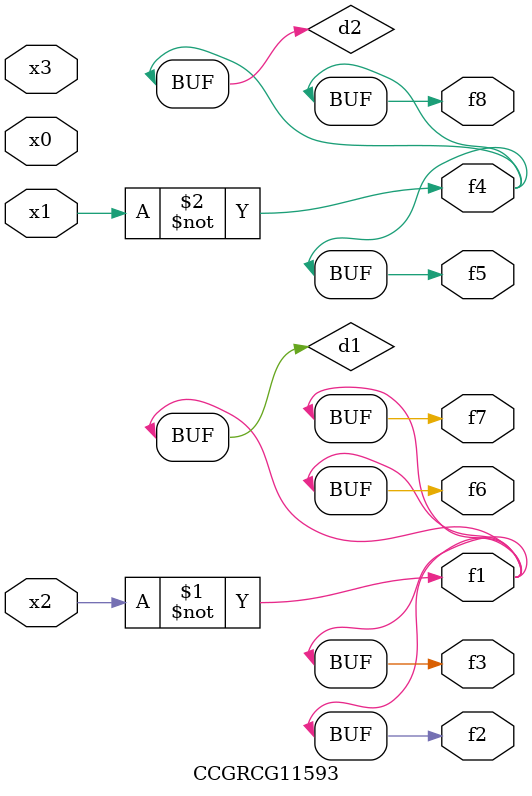
<source format=v>
module CCGRCG11593(
	input x0, x1, x2, x3,
	output f1, f2, f3, f4, f5, f6, f7, f8
);

	wire d1, d2;

	xnor (d1, x2);
	not (d2, x1);
	assign f1 = d1;
	assign f2 = d1;
	assign f3 = d1;
	assign f4 = d2;
	assign f5 = d2;
	assign f6 = d1;
	assign f7 = d1;
	assign f8 = d2;
endmodule

</source>
